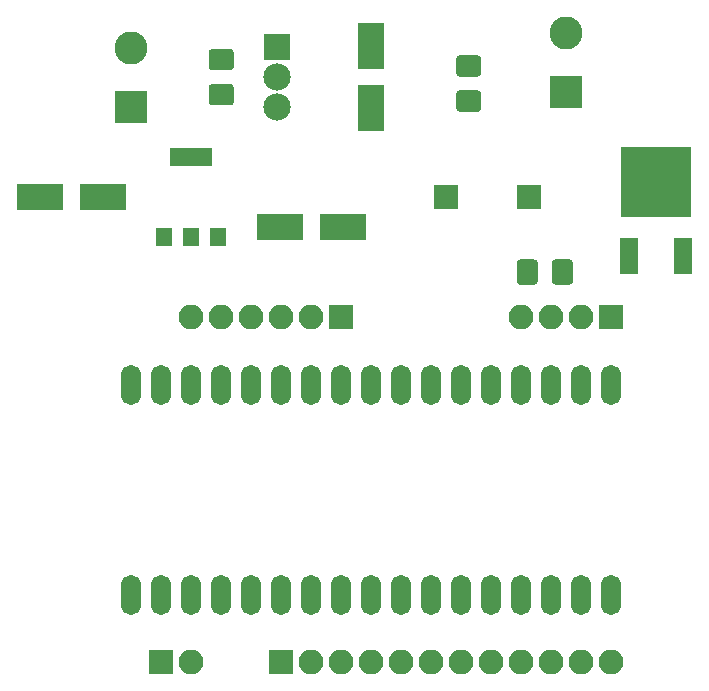
<source format=gbr>
%TF.GenerationSoftware,KiCad,Pcbnew,5.1.6*%
%TF.CreationDate,2020-09-09T09:45:11+10:00*%
%TF.ProjectId,TX,54582e6b-6963-4616-945f-706362585858,rev?*%
%TF.SameCoordinates,Original*%
%TF.FileFunction,Soldermask,Top*%
%TF.FilePolarity,Negative*%
%FSLAX46Y46*%
G04 Gerber Fmt 4.6, Leading zero omitted, Abs format (unit mm)*
G04 Created by KiCad (PCBNEW 5.1.6) date 2020-09-09 09:45:11*
%MOMM*%
%LPD*%
G01*
G04 APERTURE LIST*
%ADD10R,2.800000X2.800000*%
%ADD11C,2.800000*%
%ADD12O,1.700000X3.400000*%
%ADD13R,2.250000X3.900000*%
%ADD14R,3.900000X2.250000*%
%ADD15R,2.305000X2.305000*%
%ADD16C,2.305000*%
%ADD17R,1.550000X3.170000*%
%ADD18R,5.950000X5.900000*%
%ADD19R,1.350000X1.650000*%
%ADD20R,3.600000X1.650000*%
%ADD21R,2.100000X2.100000*%
%ADD22O,2.100000X2.100000*%
G04 APERTURE END LIST*
D10*
%TO.C,Battery*%
X134620000Y-80010000D03*
D11*
X134620000Y-75010000D03*
%TD*%
D12*
%TO.C,STM32F103C8T6*%
X134620000Y-103512620D03*
X134620000Y-121292620D03*
X137160000Y-103505000D03*
X137160000Y-121285000D03*
X139700000Y-103505000D03*
X139700000Y-121285000D03*
X142240000Y-103512620D03*
X142240000Y-121285000D03*
X144780000Y-103512620D03*
X144780000Y-121285000D03*
X147320000Y-103505000D03*
X147320000Y-121285000D03*
X149860000Y-103512620D03*
X149860000Y-121285000D03*
X152400000Y-103505000D03*
X152400000Y-121292620D03*
X154940000Y-103512620D03*
X154940000Y-121292620D03*
X157480000Y-103512620D03*
X157480000Y-121292620D03*
X160020000Y-103512620D03*
X160020000Y-121292620D03*
X162560000Y-103512620D03*
X162560000Y-121285000D03*
X165100000Y-103512620D03*
X165100000Y-121292620D03*
X167640000Y-103505000D03*
X167640000Y-121292620D03*
X170180000Y-103512620D03*
X170180000Y-121285000D03*
X172720000Y-103512620D03*
X172720000Y-121285000D03*
X175260000Y-103505000D03*
X175260000Y-121285000D03*
%TD*%
D13*
%TO.C,22u*%
X154940000Y-80120000D03*
X154940000Y-74820000D03*
%TD*%
D14*
%TO.C,10u*%
X132190000Y-87630000D03*
X126890000Y-87630000D03*
%TD*%
%TO.C,10u*%
X152510000Y-90170000D03*
X147210000Y-90170000D03*
%TD*%
D15*
%TO.C,5VR*%
X146939000Y-74930000D03*
D16*
X146939000Y-77470000D03*
X146939000Y-80010000D03*
%TD*%
D17*
%TO.C,NPN*%
X176770000Y-92625000D03*
D18*
X179070000Y-86360000D03*
D17*
X181370000Y-92625000D03*
%TD*%
D19*
%TO.C,3V3R*%
X137400000Y-91030000D03*
X139700000Y-91030000D03*
X142000000Y-91030000D03*
D20*
X139700000Y-84230000D03*
%TD*%
D10*
%TO.C,LED*%
X171450000Y-78740000D03*
D11*
X171450000Y-73740000D03*
%TD*%
D21*
%TO.C,1x2*%
X137160000Y-127000000D03*
D22*
X139700000Y-127000000D03*
%TD*%
D21*
%TO.C,1x4*%
X175260000Y-97790000D03*
D22*
X172720000Y-97790000D03*
X170180000Y-97790000D03*
X167640000Y-97790000D03*
%TD*%
D21*
%TO.C,1x6*%
X152400000Y-97790000D03*
D22*
X149860000Y-97790000D03*
X147320000Y-97790000D03*
X144780000Y-97790000D03*
X142240000Y-97790000D03*
X139700000Y-97790000D03*
%TD*%
D21*
%TO.C,1x12*%
X147320000Y-127000000D03*
D22*
X149860000Y-127000000D03*
X152400000Y-127000000D03*
X154940000Y-127000000D03*
X157480000Y-127000000D03*
X160020000Y-127000000D03*
X162560000Y-127000000D03*
X165100000Y-127000000D03*
X167640000Y-127000000D03*
X170180000Y-127000000D03*
X172720000Y-127000000D03*
X175260000Y-127000000D03*
%TD*%
D21*
%TO.C,GND*%
X161290000Y-87630000D03*
%TD*%
%TO.C,.47u*%
G36*
G01*
X141485176Y-75070000D02*
X142994824Y-75070000D01*
G75*
G02*
X143315000Y-75390176I0J-320176D01*
G01*
X143315000Y-76574824D01*
G75*
G02*
X142994824Y-76895000I-320176J0D01*
G01*
X141485176Y-76895000D01*
G75*
G02*
X141165000Y-76574824I0J320176D01*
G01*
X141165000Y-75390176D01*
G75*
G02*
X141485176Y-75070000I320176J0D01*
G01*
G37*
G36*
G01*
X141485176Y-78045000D02*
X142994824Y-78045000D01*
G75*
G02*
X143315000Y-78365176I0J-320176D01*
G01*
X143315000Y-79549824D01*
G75*
G02*
X142994824Y-79870000I-320176J0D01*
G01*
X141485176Y-79870000D01*
G75*
G02*
X141165000Y-79549824I0J320176D01*
G01*
X141165000Y-78365176D01*
G75*
G02*
X141485176Y-78045000I320176J0D01*
G01*
G37*
%TD*%
%TO.C,RB*%
G36*
G01*
X172040000Y-93225176D02*
X172040000Y-94734824D01*
G75*
G02*
X171719824Y-95055000I-320176J0D01*
G01*
X170535176Y-95055000D01*
G75*
G02*
X170215000Y-94734824I0J320176D01*
G01*
X170215000Y-93225176D01*
G75*
G02*
X170535176Y-92905000I320176J0D01*
G01*
X171719824Y-92905000D01*
G75*
G02*
X172040000Y-93225176I0J-320176D01*
G01*
G37*
G36*
G01*
X169065000Y-93225176D02*
X169065000Y-94734824D01*
G75*
G02*
X168744824Y-95055000I-320176J0D01*
G01*
X167560176Y-95055000D01*
G75*
G02*
X167240000Y-94734824I0J320176D01*
G01*
X167240000Y-93225176D01*
G75*
G02*
X167560176Y-92905000I320176J0D01*
G01*
X168744824Y-92905000D01*
G75*
G02*
X169065000Y-93225176I0J-320176D01*
G01*
G37*
%TD*%
%TO.C,RC*%
G36*
G01*
X162440176Y-78585000D02*
X163949824Y-78585000D01*
G75*
G02*
X164270000Y-78905176I0J-320176D01*
G01*
X164270000Y-80089824D01*
G75*
G02*
X163949824Y-80410000I-320176J0D01*
G01*
X162440176Y-80410000D01*
G75*
G02*
X162120000Y-80089824I0J320176D01*
G01*
X162120000Y-78905176D01*
G75*
G02*
X162440176Y-78585000I320176J0D01*
G01*
G37*
G36*
G01*
X162440176Y-75610000D02*
X163949824Y-75610000D01*
G75*
G02*
X164270000Y-75930176I0J-320176D01*
G01*
X164270000Y-77114824D01*
G75*
G02*
X163949824Y-77435000I-320176J0D01*
G01*
X162440176Y-77435000D01*
G75*
G02*
X162120000Y-77114824I0J320176D01*
G01*
X162120000Y-75930176D01*
G75*
G02*
X162440176Y-75610000I320176J0D01*
G01*
G37*
%TD*%
%TO.C,LED_Pin*%
X168275000Y-87630000D03*
%TD*%
M02*

</source>
